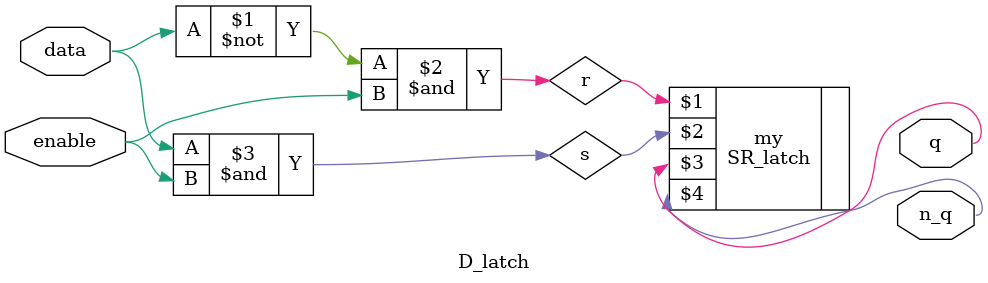
<source format=v>
module D_latch(	input wire data, input wire enable,
		output wire q, output wire n_q);
	wire r;
	wire s;
	assign r = (~data)&enable;
	assign s = data&enable;
	SR_latch my(r, s, q, n_q);
endmodule

</source>
